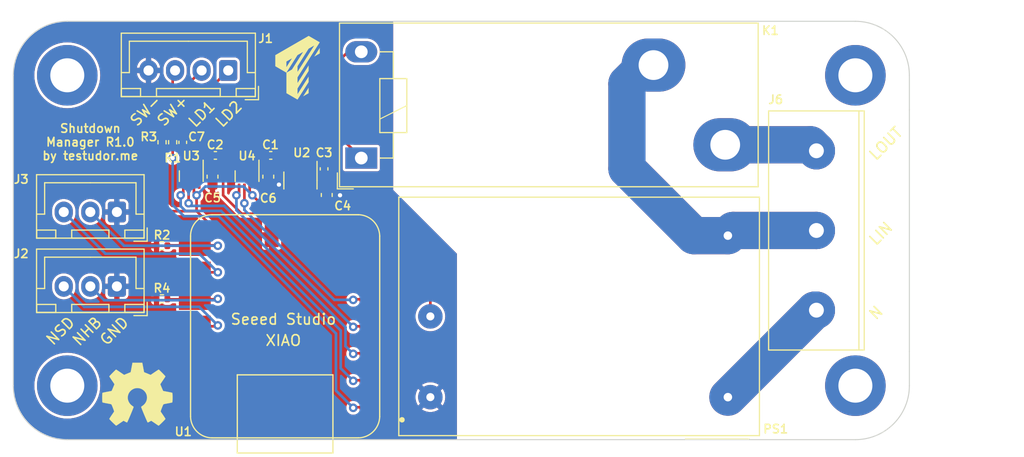
<source format=kicad_pcb>
(kicad_pcb (version 20221018) (generator pcbnew)
  (layers (0 "F.Cu" signal) (31 "B.Cu" signal) (34 "B.Paste" user) (35 "F.Paste" user) (36 "B.SilkS" user "B.Silkscreen") (37 "F.SilkS" user "F.Silkscreen") (38 "B.Mask" user) (39 "F.Mask" user) (44 "Edge.Cuts" user))
  (net 0 "")
  (net 1 "NODE_HEARTBEAT_2")
  (net 2 "POW_SW_1")
  (net 3 "POW_LED_2")
  (net 4 "POW_LED_1")
  (net 5 "GND")
  (net 6 "NODE_SHUTDOWN_2")
  (net 7 "NODE_HEARTBEAT_1")
  (net 13 "LINE")
  (net 14 "NEUT")
  (net 15 "L_OUT")
  (net 16 "+12V")
  (net 17 "LED_BRIGHTNESS")
  (net 18 "LED_COLOR")
  (net 19 "+3.3V")
  (net 20 "RELAY_1")
  (net 21 "RELAY_2")
  (net 22 "RELAY_TRIG")
  (net 23 "RELAY_DIR")
  (net 25 "NODE_SHUTDOWN_1")
  (net 28 "Net-(J1-Pin_3)")
  (footprint "Resistor_SMD:R_0402_1005Metric" (layer "F.Cu") (at 125.25 86.51 -90)
    (fp_text reference "R1" (at 1.49 0) (layer "F.SilkS") (effects (font (size 0.8 0.8))))
    (fp_text value "10k" hide)
    (pad "1" smd roundrect (at -0.51 0 270) (size 0.54 0.64) (layers "F.Cu" "F.Paste" "F.Mask") (net 28 "Net-(J1-Pin_3)"))
    (pad "2" smd roundrect (at 0.51 0 270) (size 0.54 0.64) (layers "F.Cu" "F.Paste" "F.Mask") (net 2 "POW_SW_1"))
  )
  (footprint "Capacitor_SMD:C_0402_1005Metric" (layer "F.Cu") (at 134.48 87.75)
    (fp_text reference "C1" (at -0.02 -1 180) (layer "F.SilkS") (effects (font (size 0.8 0.8))))
    (fp_text value "0.1uF" hide)
    (pad "1" smd roundrect (at -0.48 0) (size 0.56 0.62) (layers "F.Cu" "F.Paste" "F.Mask") (net 16 "+12V"))
    (pad "2" smd roundrect (at 0.48 0) (size 0.56 0.62) (layers "F.Cu" "F.Paste" "F.Mask") (net 5 "GND"))
  )
  (footprint "Converter_ACDC:Converter_ACDC_MeanWell_IRM-02-xx_THT" (layer "F.Cu") (at 177.5 110.5 180)
    (fp_text reference "PS1" (at -4.5 -3) (layer "F.SilkS") (effects (font (size 0.8 0.8))))
    (fp_text value "IRM-02-12" hide)
    (pad "1" thru_hole rect (at 0 0 180) (size 2.3 2) (drill 0.8) (layers "*.Cu" "*.Mask") (net 14 "NEUT"))
    (pad "2" thru_hole circle (at 0 15.2 180) (size 2.3 2.3) (drill 0.8) (layers "*.Cu" "*.Mask") (net 13 "LINE"))
    (pad "3" thru_hole circle (at 28 0 180) (size 2.3 2.3) (drill 0.76) (layers "*.Cu" "*.Mask") (net 5 "GND"))
    (pad "4" thru_hole circle (at 28 7.6 180) (size 2.3 2.3) (drill 0.76) (layers "*.Cu" "*.Mask") (net 16 "+12V"))
  )
  (footprint "Resistor_SMD:R_0402_1005Metric" (layer "F.Cu") (at 124.24 96.25 180)
    (fp_text reference "R2" (at -0.01 1) (layer "F.SilkS") (effects (font (size 0.8 0.8))))
    (fp_text value "1k" hide)
    (pad "1" smd roundrect (at -0.51 0 180) (size 0.54 0.64) (layers "F.Cu" "F.Paste" "F.Mask") (net 7 "NODE_HEARTBEAT_1"))
    (pad "2" smd roundrect (at 0.51 0 180) (size 0.54 0.64) (layers "F.Cu" "F.Paste" "F.Mask") (net 5 "GND"))
  )
  (footprint "Connector_JST:JST_XH_B3B-XH-A_1x03_P2.50mm_Vertical" (layer "F.Cu") (at 120 100.076 180)
    (fp_text reference "J2" (at 9 3.076 180) (layer "F.SilkS") (effects (font (size 0.8 0.8))))
    (fp_text value "Conn_01x03" hide)
    (pad "1" thru_hole roundrect (at 0 0 180) (size 1.7 1.95) (drill 0.95) (layers "*.Cu" "*.Mask") (roundrect_rratio 0.1470588235) (net 5 "GND"))
    (pad "2" thru_hole oval (at 2.5 0 180) (size 1.7 1.95) (drill 0.95) (layers "*.Cu" "*.Mask") (net 1 "NODE_HEARTBEAT_2"))
    (pad "3" thru_hole oval (at 5 0 180) (size 1.7 1.95) (drill 0.95) (layers "*.Cu" "*.Mask") (net 6 "NODE_SHUTDOWN_2"))
  )
  (footprint "Connector_JST:JST_XH_B3B-XH-A_1x03_P2.50mm_Vertical" (layer "F.Cu") (at 120 93.076 180)
    (fp_text reference "J3" (at 9 3.076 180) (layer "F.SilkS") (effects (font (size 0.8 0.8))))
    (fp_text value "Conn_01x03" hide)
    (pad "1" thru_hole roundrect (at 0 0 180) (size 1.7 1.95) (drill 0.95) (layers "*.Cu" "*.Mask") (roundrect_rratio 0.1470588235) (net 5 "GND"))
    (pad "2" thru_hole oval (at 2.5 0 180) (size 1.7 1.95) (drill 0.95) (layers "*.Cu" "*.Mask") (net 7 "NODE_HEARTBEAT_1"))
    (pad "3" thru_hole oval (at 5 0 180) (size 1.7 1.95) (drill 0.95) (layers "*.Cu" "*.Mask") (net 25 "NODE_SHUTDOWN_1"))
  )
  (footprint "Package_SON:WSON-8-1EP_2x2mm_P0.5mm_EP0.9x1.6mm" (layer "F.Cu") (at 132.25 89.7 -90)
    (fp_text reference "U4" (at -1.9 0) (layer "F.SilkS") (effects (font (size 0.8 0.8))))
    (fp_text value "DRV8220DSGR" hide)
    (pad "1" smd rect (at -0.95 -0.75 270) (size 0.5 0.25) (layers "F.Cu" "F.Paste" "F.Mask") (net 16 "+12V"))
    (pad "2" smd rect (at -0.95 -0.25 270) (size 0.5 0.25) (layers "F.Cu" "F.Paste" "F.Mask") (net 20 "RELAY_1"))
    (pad "3" smd rect (at -0.95 0.25 270) (size 0.5 0.25) (layers "F.Cu" "F.Paste" "F.Mask") (net 21 "RELAY_2"))
    (pad "4" smd rect (at -0.95 0.75 270) (size 0.5 0.25) (layers "F.Cu" "F.Paste" "F.Mask") (net 5 "GND"))
    (pad "5" smd rect (at 0.95 0.75 270) (size 0.5 0.25) (layers "F.Cu" "F.Paste" "F.Mask") (net 22 "RELAY_TRIG"))
    (pad "6" smd rect (at 0.95 0.25 270) (size 0.5 0.25) (layers "F.Cu" "F.Paste" "F.Mask") (net 23 "RELAY_DIR"))
    (pad "7" smd rect (at 0.95 -0.25 270) (size 0.5 0.25) (layers "F.Cu" "F.Paste" "F.Mask") (net 19 "+3.3V"))
    (pad "8" smd rect (at 0.95 -0.75 270) (size 0.5 0.25) (layers "F.Cu" "F.Paste" "F.Mask") (net 19 "+3.3V"))
    (pad "9" smd rect (at 0 0 270) (size 0.9 1.6) (layers "F.Cu" "F.Mask") (net 5 "GND"))
  )
  (footprint "Package_TO_SOT_SMD:SOT-23-5" (layer "F.Cu") (at 137.275 90.1125 -90)
    (fp_text reference "U2" (at -2.6125 -0.125 -180) (layer "F.SilkS") (effects (font (size 0.8 0.8))))
    (fp_text value "TPS76133DBVR" hide)
    (pad "1" smd roundrect (at -1.1375 -0.95 270) (size 1.325 0.6) (layers "F.Cu" "F.Paste" "F.Mask") (net 16 "+12V"))
    (pad "2" smd roundrect (at -1.1375 0 270) (size 1.325 0.6) (layers "F.Cu" "F.Paste" "F.Mask") (net 5 "GND"))
    (pad "3" smd roundrect (at -1.1375 0.95 270) (size 1.325 0.6) (layers "F.Cu" "F.Paste" "F.Mask") (net 16 "+12V"))
    (pad "4" smd roundrect (at 1.1375 0.95 270) (size 1.325 0.6) (layers "F.Cu" "F.Paste" "F.Mask"))
    (pad "5" smd roundrect (at 1.1375 -0.95 270) (size 1.325 0.6) (layers "F.Cu" "F.Paste" "F.Mask") (net 19 "+3.3V"))
  )
  (footprint "Capacitor_SMD:C_0603_1608Metric" (layer "F.Cu") (at 134.25 89.75 -90)
    (fp_text reference "C6" (at 2.025 0) (layer "F.SilkS") (effects (font (size 0.8 0.8))))
    (fp_text value "10uF" hide)
    (pad "1" smd roundrect (at -0.775 0 270) (size 0.9 0.95) (layers "F.Cu" "F.Paste" "F.Mask") (net 16 "+12V"))
    (pad "2" smd roundrect (at 0.775 0 270) (size 0.9 0.95) (layers "F.Cu" "F.Paste" "F.Mask") (net 5 "GND"))
  )
  (footprint "Resistor_SMD:R_0402_1005Metric" (layer "F.Cu") (at 124.25 86.51 -90)
    (fp_text reference "R3" (at -0.51 1.25 -180) (layer "F.SilkS") (effects (font (size 0.8 0.8))))
    (fp_text value "1k" hide)
    (pad "1" smd roundrect (at -0.51 0 270) (size 0.54 0.64) (layers "F.Cu" "F.Paste" "F.Mask") (net 2 "POW_SW_1"))
    (pad "2" smd roundrect (at 0.51 0 270) (size 0.54 0.64) (layers "F.Cu" "F.Paste" "F.Mask") (net 19 "+3.3V"))
  )
  (footprint "Symbol:OSHW-Symbol_6.7x6mm_SilkScreen" (layer "F.Cu") (at 121.92 110.236)
    (fp_text reference "REF**" hide)
    (fp_text value "OSHW-Symbol_6.7x6mm_SilkScreen" hide)
  )
  (footprint "MountingHole:MountingHole_3.2mm_M3_ISO7380_Pad_TopBottom" (layer "F.Cu") (at 115.332 80.21)
    (fp_text reference "H1" hide)
    (fp_text value "MountingHole" hide)
    (pad "1" thru_hole circle (at 0 0) (size 3.6 3.6) (drill 3.2) (layers "*.Cu" "*.Mask"))
    (pad "1" connect circle (at 0 0) (size 5.7 5.7) (layers "F.Cu" "F.Mask"))
    (pad "1" connect circle (at 0 0) (size 5.7 5.7) (layers "B.Cu" "B.Mask"))
  )
  (footprint "Custom_Symbols:Testudor-Logo_6mm_SilkScreen" (layer "F.Cu") (at 137 79.5)
    (fp_text reference "REF**" hide)
    (fp_text value "Testudor-Logo_6mm_SilkScreen" hide)
  )
  (footprint "MountingHole:MountingHole_3.2mm_M3_ISO7380_Pad_TopBottom" (layer "F.Cu") (at 189.5 109.42)
    (fp_text reference "H4" hide)
    (fp_text value "MountingHole" hide)
    (pad "1" thru_hole circle (at 0 0) (size 3.6 3.6) (drill 3.2) (layers "*.Cu" "*.Mask"))
    (pad "1" connect circle (at 0 0) (size 5.7 5.7) (layers "F.Cu" "F.Mask"))
    (pad "1" connect circle (at 0 0) (size 5.7 5.7) (layers "B.Cu" "B.Mask"))
  )
  (footprint "Capacitor_SMD:C_0402_1005Metric" (layer "F.Cu") (at 126.2 86.52 -90)
    (fp_text reference "C7" (at -0.52 -1.3 -180) (layer "F.SilkS") (effects (font (size 0.8 0.8))))
    (fp_text value "1uF" hide)
    (pad "1" smd roundrect (at -0.48 0 270) (size 0.56 0.62) (layers "F.Cu" "F.Paste" "F.Mask") (net 5 "GND"))
    (pad "2" smd roundrect (at 0.48 0 270) (size 0.56 0.62) (layers "F.Cu" "F.Paste" "F.Mask") (net 2 "POW_SW_1"))
  )
  (footprint "Resistor_SMD:R_0402_1005Metric" (layer "F.Cu") (at 124.24 101.25 180)
    (fp_text reference "R4" (at 0 1) (layer "F.SilkS") (effects (font (size 0.8 0.8))))
    (fp_text value "1k" hide)
    (pad "1" smd roundrect (at -0.51 0 180) (size 0.54 0.64) (layers "F.Cu" "F.Paste" "F.Mask") (net 1 "NODE_HEARTBEAT_2"))
    (pad "2" smd roundrect (at 0.51 0 180) (size 0.54 0.64) (layers "F.Cu" "F.Paste" "F.Mask") (net 5 "GND"))
  )
  (footprint "Custom_Relay:Relay_SPST_Panasonic_DJH-FormA-Single-Coil" (layer "F.Cu") (at 160.65 83)
    (fp_text reference "K1" (at 20.85 -7 unlocked) (layer "F.SilkS") (effects (font (size 0.8 0.8))))
    (fp_text value "Relay_SPST_Panasonic_DJH-FormA-Single-Coil" hide)
    (pad "11" thru_hole oval (at 9.85 -3.75 180) (size 6 5) (drill 2.8) (layers "*.Cu" "*.Mask") (net 13 "LINE"))
    (pad "14" thru_hole oval (at 16.6 3.75 180) (size 6 5) (drill 2.8) (layers "*.Cu" "*.Mask") (net 15 "L_OUT"))
    (pad "A1" thru_hole rect (at -17.65 5 180) (size 3 2) (drill 1.2) (layers "*.Cu" "*.Mask") (net 20 "RELAY_1"))
    (pad "A2" thru_hole oval (at -17.65 -5 180) (size 3 2) (drill 1.2) (layers "*.Cu" "*.Mask") (net 21 "RELAY_2"))
  )
  (footprint "Capacitor_SMD:C_0603_1608Metric" (layer "F.Cu") (at 129 89.75 -90)
    (fp_text reference "C5" (at 2 0 -180) (layer "F.SilkS") (effects (font (size 0.8 0.8))))
    (fp_text value "10uF" hide)
    (pad "1" smd roundrect (at -0.775 0 270) (size 0.9 0.95) (layers "F.Cu" "F.Paste" "F.Mask") (net 16 "+12V"))
    (pad "2" smd roundrect (at 0.775 0 270) (size 0.9 0.95) (layers "F.Cu" "F.Paste" "F.Mask") (net 5 "GND"))
  )
  (footprint "Capacitor_SMD:C_0402_1005Metric" (layer "F.Cu") (at 129.27 87.75)
    (fp_text reference "C2" (at -0.02 -1 180) (layer "F.SilkS") (effects (font (size 0.8 0.8))))
    (fp_text value "0.1uF" hide)
    (pad "1" smd roundrect (at -0.48 0) (size 0.56 0.62) (layers "F.Cu" "F.Paste" "F.Mask") (net 16 "+12V"))
    (pad "2" smd roundrect (at 0.48 0) (size 0.56 0.62) (layers "F.Cu" "F.Paste" "F.Mask") (net 5 "GND"))
  )
  (footprint "Connector_JST:JST_XH_B4B-XH-A_1x04_P2.50mm_Vertical" (layer "F.Cu") (at 130.476 79.756 180)
    (fp_text reference "J1" (at -3.524 3.006 180) (layer "F.SilkS") (effects (font (size 0.8 0.8))))
    (fp_text value "Conn_01x04" hide)
    (pad "1" thru_hole roundrect (at 0 0 180) (size 1.7 1.95) (drill 0.95) (layers "*.Cu" "*.Mask") (roundrect_rratio 0.1470588235) (net 3 "POW_LED_2"))
    (pad "2" thru_hole oval (at 2.5 0 180) (size 1.7 1.95) (drill 0.95) (layers "*.Cu" "*.Mask") (net 4 "POW_LED_1"))
    (pad "3" thru_hole oval (at 5 0 180) (size 1.7 1.95) (drill 0.95) (layers "*.Cu" "*.Mask") (net 28 "Net-(J1-Pin_3)"))
    (pad "4" thru_hole oval (at 7.5 0 180) (size 1.7 1.95) (drill 0.95) (layers "*.Cu" "*.Mask") (net 5 "GND"))
  )
  (footprint "Seeed Studio XIAO Series Library:XIAO-SAMD21-RP2040-14P-2.54-21X17.8MM (Seeeduino XIAO)" (layer "F.Cu") (at 135.832 103.832 180)
    (fp_text reference "U1" (at 9.582 -9.918) (layer "F.SilkS") (effects (font (size 0.8 0.8))))
    (fp_text value "Seeed Studio XIAO SAMD21" hide)
    (fp_text user "XIAO" (at 0.164 -1.336 unlocked) (layer "F.SilkS"))
    (fp_text user "Seeed Studio" (at 0.164 0.664 unlocked) (layer "F.SilkS"))
    (pad "1" smd rect (at -8.5 -7.62 180) (size 3 2) (layers "F.Cu" "F.Paste" "F.Mask") (net 2 "POW_SW_1"))
    (pad "2" smd rect (at -8.5 -5.08 180) (size 3 2) (layers "F.Cu" "F.Paste" "F.Mask") (net 17 "LED_BRIGHTNESS"))
    (pad "3" smd rect (at -8.5 -2.54 180) (size 3 2) (layers "F.Cu" "F.Paste" "F.Mask") (net 18 "LED_COLOR"))
    (pad "4" smd rect (at -8.5 0 180) (size 3 2) (layers "F.Cu" "F.Paste" "F.Mask") (net 22 "RELAY_TRIG"))
    (pad "5" smd rect (at -8.5 2.54 180) (size 3 2) (layers "F.Cu" "F.Paste" "F.Mask") (net 23 "RELAY_DIR"))
    (pad "6" smd rect (at -8.5 5.08) (size 3 2) (layers "F.Cu" "F.Paste" "F.Mask"))
    (pad "7" smd rect (at -8.5 7.62 180) (size 3 2) (layers "F.Cu" "F.Paste" "F.Mask"))
    (pad "8" smd rect (at 8.5 7.62 180) (size 3 2) (layers "F.Cu" "F.Paste" "F.Mask") (net 7 "NODE_HEARTBEAT_1"))
    (pad "9" smd rect (at 8.5 5.08 180) (size 3 2) (layers "F.Cu" "F.Paste" "F.Mask") (net 25 "NODE_SHUTDOWN_1"))
    (pad "10" smd rect (at 8.5 2.54 180) (size 3 2) (layers "F.Cu" "F.Paste" "F.Mask") (net 1 "NODE_HEARTBEAT_2"))
    (pad "11" smd rect (at 8.5 0 180) (size 3 2) (layers "F.Cu" "F.Paste" "F.Mask") (net 6 "NODE_SHUTDOWN_2"))
    (pad "12" smd rect (at 8.5 -2.54 180) (size 3 2) (layers "F.Cu" "F.Paste" "F.Mask") (net 19 "+3.3V"))
    (pad "13" smd rect (at 8.5 -5.08 180) (size 3 2) (layers "F.Cu" "F.Paste" "F.Mask") (net 5 "GND"))
    (pad "14" smd rect (at 8.5 -7.62 180) (size 3 2) (layers "F.Cu" "F.Paste" "F.Mask"))
    (pad "15" smd circle (at -1.27 -8.39 270) (size 1.5 1.5) (layers "F.Cu" "F.Paste" "F.Mask"))
    (pad "16" smd circle (at 1.27 -8.39 270) (size 1.5 1.5) (layers "F.Cu" "F.Paste" "F.Mask") (net 5 "GND"))
    (pad "17" smd circle (at -1.27 -5.85 270) (size 1.5 1.5) (layers "F.Cu" "F.Paste" "F.Mask"))
    (pad "18" smd circle (at 1.27 -5.85 270) (size 1.5 1.5) (layers "F.Cu" "F.Paste" "F.Mask"))
    (pad "19" smd rect (at -1.27 8.6 270) (size 2.3 1.3) (layers "F.Cu" "F.Paste" "F.Mask"))
    (pad "20" smd rect (at 1.27 8.6 270) (size 2.3 1.3) (layers "F.Cu" "F.Paste" "F.Mask") (net 5 "GND"))
  )
  (footprint "Capacitor_SMD:C_0402_1005Metric" (layer "F.Cu") (at 139.5 89.02 -90)
    (fp_text reference "C3" (at -1.52 0 -180) (layer "F.SilkS") (effects (font (size 0.8 0.8))))
    (fp_text value "1uF" hide)
    (pad "1" smd roundrect (at -0.48 0 270) (size 0.56 0.62) (layers "F.Cu" "F.Paste" "F.Mask") (net 16 "+12V"))
    (pad "2" smd roundrect (at 0.48 0 270) (size 0.56 0.62) (layers "F.Cu" "F.Paste" "F.Mask") (net 5 "GND"))
  )
  (footprint "MountingHole:MountingHole_3.2mm_M3_ISO7380_Pad_TopBottom" (layer "F.Cu") (at 189.5 80.21)
    (fp_text reference "H2" hide)
    (fp_text value "MountingHole" hide)
    (pad "1" thru_hole circle (at 0 0) (size 3.6 3.6) (drill 3.2) (layers "*.Cu" "*.Mask"))
    (pad "1" connect circle (at 0 0) (size 5.7 5.7) (layers "F.Cu" "F.Mask"))
    (pad "1" connect circle (at 0 0) (size 5.7 5.7) (layers "B.Cu" "B.Mask"))
  )
  (footprint "Capacitor_SMD:C_0603_1608Metric" (layer "F.Cu") (at 139.75 91.475 90)
    (fp_text reference "C4" (at -1.025 1.5 180) (layer "F.SilkS") (effects (font (size 0.8 0.8))))
    (fp_text value "4.7uF" hide)
    (pad "1" smd roundrect (at -0.775 0 90) (size 0.9 0.95) (layers "F.Cu" "F.Paste" "F.Mask") (net 19 "+3.3V"))
    (pad "2" smd roundrect (at 0.775 0 90) (size 0.9 0.95) (layers "F.Cu" "F.Paste" "F.Mask") (net 5 "GND"))
  )
  (footprint "MountingHole:MountingHole_3.2mm_M3_ISO7380_Pad_TopBottom" (layer "F.Cu") (at 115.332 109.42)
    (fp_text reference "H3" hide)
    (fp_text value "MountingHole" hide)
    (pad "1" thru_hole circle (at 0 0) (size 3.6 3.6) (drill 3.2) (layers "*.Cu" "*.Mask"))
    (pad "1" connect circle (at 0 0) (size 5.7 5.7) (layers "F.Cu" "F.Mask"))
    (pad "1" connect circle (at 0 0) (size 5.7 5.7) (layers "B.Cu" "B.Mask"))
  )
  (footprint "Custom_Connectors:282844-3" (layer "F.Cu") (at 185.832 94.815 -90)
    (fp_text reference "J6" (at -12.315 3.832 unlocked) (layer "F.SilkS") (effects (font (size 0.8 0.8))))
    (fp_text value "Conn_01x03" hide)
    (pad "1" thru_hole circle (at -7.5 0 270) (size 3.5 3.5) (drill 1.4) (layers "*.Cu" "*.Mask") (net 15 "L_OUT"))
    (pad "2" thru_hole circle (at 0 0 270) (size 3.5 3.5) (drill 1.4) (layers "*.Cu" "*.Mask") (net 13 "LINE"))
    (pad "3" thru_hole circle (at 7.5 0 270) (size 3.5 3.5) (drill 1.4) (layers "*.Cu" "*.Mask") (net 14 "NEUT"))
  )
  (footprint "Package_SON:WSON-8-1EP_2x2mm_P0.5mm_EP0.9x1.6mm" (layer "F.Cu") (at 127 89.7 -90)
    (fp_text reference "U3" (at -1.9 0) (layer "F.SilkS") (effects (font (size 0.8 0.8))))
    (fp_text value "DRV8220DSGR" hide)
    (pad "1" smd rect (at -0.95 -0.75 270) (size 0.5 0.25) (layers "F.Cu" "F.Paste" "F.Mask") (net 16 "+12V"))
    (pad "2" smd rect (at -0.95 -0.25 270) (size 0.5 0.25) (layers "F.Cu" "F.Paste" "F.Mask") (net 3 "POW_LED_2"))
    (pad "3" smd rect (at -0.95 0.25 270) (size 0.5 0.25) (layers "F.Cu" "F.Paste" "F.Mask") (net 4 "POW_LED_1"))
    (pad "4" smd rect (at -0.95 0.75 270) (size 0.5 0.25) (layers "F.Cu" "F.Paste" "F.Mask") (net 5 "GND"))
    (pad "5" smd rect (at 0.95 0.75 270) (size 0.5 0.25) (layers "F.Cu" "F.Paste" "F.Mask") (net 17 "LED_BRIGHTNESS"))
    (pad "6" smd rect (at 0.95 0.25 270) (size 0.5 0.25) (layers "F.Cu" "F.Paste" "F.Mask") (net 18 "LED_COLOR"))
    (pad "7" smd rect (at 0.95 -0.25 270) (size 0.5 0.25) (layers "F.Cu" "F.Paste" "F.Mask") (net 19 "+3.3V"))
    (pad "8" smd rect (at 0.95 -0.75 270) (size 0.5 0.25) (layers "F.Cu" "F.Paste" "F.Mask") (net 19 "+3.3V"))
    (pad "9" smd rect (at 0 0 270) (size 0.9 1.6) (layers "F.Cu" "F.Mask") (net 5 "GND"))
  )
  (gr_arc (start 115.332 114.5) (mid 111.739898 113.012102) (end 110.252 109.42) (stroke (width 0.1)) (layer "Edge.Cuts"))
  (gr_line (start 194.58 106.21) (end 194.58 109.42) (stroke (width 0.1)) (layer "Edge.Cuts"))
  (gr_line (start 110.252 109.42) (end 110.252 80.21) (stroke (width 0.1)) (layer "Edge.Cuts"))
  (gr_arc (start 110.252 80.21) (mid 111.739898 76.617898) (end 115.332 75.13) (stroke (width 0.1)) (layer "Edge.Cuts"))
  (gr_line (start 194.58 83.46) (end 194.58 106.21) (stroke (width 0.1)) (layer "Edge.Cuts"))
  (gr_line (start 189.5 114.5) (end 115.332 114.5) (stroke (width 0.1)) (layer "Edge.Cuts"))
  (gr_line (start 194.58 83.46) (end 194.58 80.21) (stroke (width 0.1)) (layer "Edge.Cuts"))
  (gr_arc (start 194.58 109.42) (mid 193.092102 113.012102) (end 189.5 114.5) (stroke (width 0.1)) (layer "Edge.Cuts"))
  (gr_line (start 115.332 75.13) (end 189.5 75.13) (stroke (width 0.1)) (layer "Edge.Cuts"))
  (gr_arc (start 189.5 75.13) (mid 193.092102 76.617898) (end 194.58 80.21) (stroke (width 0.1)) (layer "Edge.Cuts"))
  (gr_text "NHB" (at 118.364 103.136 45) (layer "F.SilkS") (effects (font (size 1 1)) (justify right)))
  (gr_text "SW-" (at 123.952 82.292 45) (layer "F.SilkS") (effects (font (size 1 1)) (justify right)))
  (gr_text "LD1" (at 129.032 82.8 45) (layer "F.SilkS") (effects (font (size 1 1)) (justify right)))
  (gr_text "N" (at 191 103 45) (layer "F.SilkS") (effects (font (size 1 1)) (justify left)))
  (gr_text "LOUT" (at 191 88 45) (layer "F.SilkS") (effects (font (size 1 1)) (justify left)))
  (gr_text "LIN\n" (at 191 96 45) (layer "F.SilkS") (effects (font (size 1 1)) (justify left)))
  (gr_text "Shutdown\nManager R1.0\nby testudor.me" (at 117.5 86.5) (layer "F.SilkS") (effects (font (size 0.8 0.8))))
  (gr_text "LD2" (at 131.572 82.8 45) (layer "F.SilkS") (effects (font (size 1 1)) (justify right)))
  (gr_text "NSD" (at 115.824 103.136 45) (layer "F.SilkS") (effects (font (size 1 1)) (justify right)))
  (gr_text "GND" (at 120.904 103.136 45) (layer "F.SilkS") (effects (font (size 1 1)) (justify right)))
  (gr_text "SW+" (at 126.492 82.292 45) (layer "F.SilkS") (effects (font (size 1 1)) (justify right)))
  (segment (start 124.75 101.25) (end 124.792 101.292) (width 0.25) (layer "F.Cu") (net 1))
  (segment (start 127.332 101.292) (end 129.458 101.292) (width 0.25) (layer "F.Cu") (net 1))
  (segment (start 129.458 101.292) (end 129.5 101.25) (width 0.25) (layer "F.Cu") (net 1))
  (segment (start 124.792 101.292) (end 127.332 101.292) (width 0.25) (layer "F.Cu") (net 1))
  (via (at 129.5 101.25) (size 0.8) (drill 0.4) (layers "F.Cu" "B.Cu") (net 1))
  (segment (start 129.5 101.25) (end 129.374 101.376) (width 0.25) (layer "B.Cu") (net 1))
  (segment (start 118.8 101.376) (end 117.5 100.076) (width 0.25) (layer "B.Cu") (net 1))
  (segment (start 129.374 101.376) (end 118.8 101.376) (width 0.25) (layer "B.Cu") (net 1))
  (segment (start 125.25 87.02) (end 126.18 87.02) (width 0.25) (layer "F.Cu") (net 2))
  (segment (start 125.25 88) (end 125.25 87.02) (width 0.25) (layer "F.Cu") (net 2))
  (segment (start 144.332 111.452) (end 142.294 111.452) (width 0.25) (layer "F.Cu") (net 2))
  (segment (start 142.294 111.452) (end 142.24 111.506) (width 0.25) (layer "F.Cu") (net 2))
  (segment (start 124.605 86.325538) (end 124.605 86) (width 0.25) (layer "F.Cu") (net 2))
  (segment (start 124.895 86.615538) (end 124.605 86.325538) (width 0.25) (layer "F.Cu") (net 2))
  (segment (start 124.895 87.02) (end 124.895 87) (width 0.25) (layer "F.Cu") (net 2))
  (segment (start 124.895 87) (end 124.895 86.615538) (width 0.25) (layer "F.Cu") (net 2))
  (segment (start 126.18 87.02) (end 126.2 87) (width 0.25) (layer "F.Cu") (net 2))
  (segment (start 125.25 87.02) (end 124.895 87.02) (width 0.25) (layer "F.Cu") (net 2))
  (segment (start 124.25 86) (end 124.605 86) (width 0.25) (layer "F.Cu") (net 2))
  (via (at 142.24 111.506) (size 0.8) (drill 0.4) (layers "F.Cu" "B.Cu") (net 2))
  (via (at 125.25 88) (size 0.8) (drill 0.4) (layers "F.Cu" "B.Cu") (net 2))
  (segment (start 140.615 104.507549) (end 140.615 109.881) (width 0.25) (layer "B.Cu") (net 2))
  (segment (start 126.310299 93.472) (end 129.579451 93.472) (width 0.25) (layer "B.Cu") (net 2))
  (segment (start 125.25 88) (end 125.25 92.411701) (width 0.25) (layer "B.Cu") (net 2))
  (segment (start 140.615 109.881) (end 142.24 111.506) (width 0.25) (layer "B.Cu") (net 2))
  (segment (start 129.579451 93.472) (end 140.615 104.507549) (width 0.25) (layer "B.Cu") (net 2))
  (segment (start 125.25 92.411701) (end 126.310299 93.472) (width 0.25) (layer "B.Cu") (net 2))
  (segment (start 127.25 88.225) (end 127.5 87.975) (width 0.25) (layer "F.Cu") (net 3))
  (segment (start 127.25 88.75) (end 127.25 88.225) (width 0.25) (layer "F.Cu") (net 3))
  (segment (start 127.5 87.975) (end 127.5 82.732) (width 0.25) (layer "F.Cu") (net 3))
  (segment (start 127.5 82.732) (end 130.476 79.756) (width 0.25) (layer "F.Cu") (net 3))
  (segment (start 127 80.732) (end 127.976 79.756) (width 0.25) (layer "F.Cu") (net 4))
  (segment (start 126.75 88.088604) (end 127 87.838604) (width 0.25) (layer "F.Cu") (net 4))
  (segment (start 126.75 88.75) (end 126.75 88.088604) (width 0.25) (layer "F.Cu") (net 4))
  (segment (start 127 87.838604) (end 127 80.732) (width 0.25) (layer "F.Cu") (net 4))
  (segment (start 133.425 89.7) (end 132.25 89.7) (width 0.25) (layer "F.Cu") (net 5))
  (segment (start 129 90.525) (end 128.175 89.7) (width 0.25) (layer "F.Cu") (net 5))
  (segment (start 128.175 89.7) (end 127 89.7) (width 0.25) (layer "F.Cu") (net 5))
  (segment (start 134.25 90.525) (end 133.425 89.7) (width 0.25) (layer "F.Cu") (net 5))
  (via (at 141 91.5) (size 0.8) (drill 0.4) (layers "F.Cu" "B.Cu") (net 5))
  (via (at 135.25 90.5) (size 0.8) (drill 0.4) (layers "F.Cu" "B.Cu") (net 5))
  (segment (start 127.332 103.832) (end 129.418 103.832) (width 0.25) (layer "F.Cu") (net 6))
  (segment (start 129.418 103.832) (end 129.5 103.75) (width 0.25) (layer "F.Cu") (net 6))
  (via (at 129.5 103.75) (size 0.8) (drill 0.4) (layers "F.Cu" "B.Cu") (net 6))
  (segment (start 116.924 102) (end 115 100.076) (width 0.25) (layer "B.Cu") (net 6))
  (segment (start 129.5 103.75) (end 127.75 102) (width 0.25) (layer "B.Cu") (net 6))
  (segment (start 127.75 102) (end 116.924 102) (width 0.25) (layer "B.Cu") (net 6))
  (segment (start 124.788 96.212) (end 127.332 96.212) (width 0.25) (layer "F.Cu") (net 7))
  (segment (start 129.462 96.212) (end 129.5 96.25) (width 0.25) (layer "F.Cu") (net 7))
  (segment (start 124.75 96.25) (end 124.788 96.212) (width 0.25) (layer "F.Cu") (net 7))
  (segment (start 127.332 96.212) (end 129.462 96.212) (width 0.25) (layer "F.Cu") (net 7))
  (via (at 129.5 96.25) (size 0.8) (drill 0.4) (layers "F.Cu" "B.Cu") (net 7))
  (segment (start 129.5 96.25) (end 120.674 96.25) (width 0.25) (layer "B.Cu") (net 7))
  (segment (start 120.674 96.25) (end 117.5 93.076) (width 0.25) (layer "B.Cu") (net 7))
  (segment (start 177.985 94.815) (end 177.5 95.3) (width 3.5) (layer "F.Cu") (net 13))
  (segment (start 177.5 95.3) (end 174.3 95.3) (width 3.5) (layer "F.Cu") (net 13))
  (segment (start 185.832 94.815) (end 177.985 94.815) (width 3.5) (layer "F.Cu") (net 13))
  (segment (start 168 81) (end 168 89) (width 3.5) (layer "F.Cu") (net 13))
  (segment (start 169.75 79.25) (end 168 81) (width 3.5) (layer "F.Cu") (net 13))
  (segment (start 174.3 95.3) (end 168 89) (width 3.5) (layer "F.Cu") (net 13))
  (segment (start 168 89) (end 168 81) (width 3.5) (layer "B.Cu") (net 13))
  (segment (start 174.3 95.3) (end 168 89) (width 3.5) (layer "B.Cu") (net 13))
  (segment (start 177.985 94.815) (end 177.5 95.3) (width 3.5) (layer "B.Cu") (net 13))
  (segment (start 169.75 79.25) (end 168 81) (width 3.5) (layer "B.Cu") (net 13))
  (segment (start 185.832 94.815) (end 177.985 94.815) (width 3.5) (layer "B.Cu") (net 13))
  (segment (start 177.5 95.3) (end 174.3 95.3) (width 3.5) (layer "B.Cu") (net 13))
  (segment (start 185.832 102.315) (end 185.685 102.315) (width 3.5) (layer "F.Cu") (net 14))
  (segment (start 185.685 102.315) (end 177.5 110.5) (width 3.5) (layer "F.Cu") (net 14))
  (segment (start 185.832 102.315) (end 185.685 102.315) (width 3.5) (layer "B.Cu") (net 14))
  (segment (start 185.685 102.315) (end 177.5 110.5) (width 3.5) (layer "B.Cu") (net 14))
  (segment (start 177.25 86.75) (end 185.267 86.75) (width 3.5) (layer "F.Cu") (net 15))
  (segment (start 185.267 86.75) (end 185.832 87.315) (width 3.5) (layer "F.Cu") (net 15))
  (segment (start 177.25 86.75) (end 185.267 86.75) (width 3.5) (layer "B.Cu") (net 15))
  (segment (start 185.267 86.75) (end 185.832 87.315) (width 3.5) (layer "B.Cu") (net 15))
  (segment (start 144.51 93.24) (end 149.5 98.23) (width 0.25) (layer "F.Cu") (net 16))
  (segment (start 130 91.5) (end 131.74 93.24) (width 0.25) (layer "F.Cu") (net 16))
  (segment (start 138.225 89.359251) (end 138.225 88.975) (width 0.25) (layer "F.Cu") (net 16))
  (segment (start 139.81 88.54) (end 144.27 93) (width 0.25) (layer "F.Cu") (net 16))
  (segment (start 131.74 93.24) (end 144.51 93.24) (width 0.25) (layer "F.Cu") (net 16))
  (segment (start 127.75 88.75) (end 128.775 88.75) (width 0.25) (layer "F.Cu") (net 16))
  (segment (start 134 88.725) (end 134.25 88.975) (width 0.25) (layer "F.Cu") (net 16))
  (segment (start 134.25 88.975) (end 136.325 88.975) (width 0.25) (layer "F.Cu") (net 16))
  (segment (start 128.775 88.75) (end 129 88.975) (width 0.25) (layer "F.Cu") (net 16))
  (segment (start 129 88.975) (end 130 89.975) (width 0.25) (layer "F.Cu") (net 16))
  (segment (start 136.325 89.359251) (end 136.965749 90) (width 0.25) (layer "F.Cu") (net 16))
  (segment (start 136.325 88.975) (end 136.325 89.359251) (width 0.25) (layer "F.Cu") (net 16))
  (segment (start 136.965749 90) (end 137.584251 90) (width 0.25) (layer "F.Cu") (net 16))
  (segment (start 139.5 88.54) (end 139.81 88.54) (width 0.25) (layer "F.Cu") (net 16))
  (segment (start 133 88.75) (end 134.025 88.75) (width 0.25) (layer "F.Cu") (net 16))
  (segment (start 134 87.75) (end 134 88.725) (width 0.25) (layer "F.Cu") (net 16))
  (segment (start 134.025 88.75) (end 134.25 88.975) (width 0.25) (layer "F.Cu") (net 16))
  (segment (start 138.66 88.54) (end 138.225 88.975) (width 0.25) (layer "F.Cu") (net 16))
  (segment (start 149.5 98.23) (end 149.5 102.9) (width 0.25) (layer "F.Cu") (net 16))
  (segment (start 128.79 88.765) (end 129 88.975) (width 0.25) (layer "F.Cu") (net 16))
  (segment (start 137.584251 90) (end 138.225 89.359251) (width 0.25) (layer "F.Cu") (net 16))
  (segment (start 128.79 87.75) (end 128.79 88.765) (width 0.25) (layer "F.Cu") (net 16))
  (segment (start 139.5 88.54) (end 138.66 88.54) (width 0.25) (layer "F.Cu") (net 16))
  (segment (start 144.27 93) (end 144.51 93.24) (width 0.25) (layer "F.Cu") (net 16))
  (segment (start 130 89.975) (end 130 91.5) (width 0.25) (layer "F.Cu") (net 16))
  (segment (start 126.25 91.25) (end 126 91.5) (width 0.25) (layer "F.Cu") (net 17))
  (segment (start 144.332 108.912) (end 142.294 108.912) (width 0.25) (layer "F.Cu") (net 17))
  (segment (start 126.25 90.65) (end 126.25 91.25) (width 0.25) (layer "F.Cu") (net 17))
  (segment (start 142.294 108.912) (end 142.24 108.966) (width 0.25) (layer "F.Cu") (net 17))
  (via (at 126 91.5) (size 0.8) (drill 0.4) (layers "F.Cu" "B.Cu") (net 17))
  (via (at 142.24 108.966) (size 0.8) (drill 0.4) (layers "F.Cu" "B.Cu") (net 17))
  (segment (start 126.449695 92.975) (end 126 92.525305) (width 0.25) (layer "B.Cu") (net 17))
  (segment (start 129.805 92.975) (end 126.449695 92.975) (width 0.25) (layer "B.Cu") (net 17))
  (segment (start 141.065 104.235) (end 129.805 92.975) (width 0.25) (layer "B.Cu") (net 17))
  (segment (start 141.065 107.791) (end 141.065 104.235) (width 0.25) (layer "B.Cu") (net 17))
  (segment (start 126 92.525305) (end 126 91.5) (width 0.25) (layer "B.Cu") (net 17))
  (segment (start 142.24 108.966) (end 141.065 107.791) (width 0.25) (layer "B.Cu") (net 17))
  (segment (start 126.75 90.65) (end 126.75 92.25) (width 0.25) (layer "F.Cu") (net 18))
  (segment (start 144.332 106.372) (end 142.294 106.372) (width 0.25) (layer "F.Cu") (net 18))
  (segment (start 142.294 106.372) (end 142.24 106.426) (width 0.25) (layer "F.Cu") (net 18))
  (via (at 142.24 106.426) (size 0.8) (drill 0.4) (layers "F.Cu" "B.Cu") (net 18))
  (via (at 126.75 92.25) (size 0.8) (drill 0.4) (layers "F.Cu" "B.Cu") (net 18))
  (segment (start 127 92.5) (end 126.75 92.25) (width 0.25) (layer "B.Cu") (net 18))
  (segment (start 142.24 106.426) (end 141.515 105.701) (width 0.25) (layer "B.Cu") (net 18))
  (segment (start 130.092 92.5) (end 127 92.5) (width 0.25) (layer "B.Cu") (net 18))
  (segment (start 141.515 103.923) (end 130.092 92.5) (width 0.25) (layer "B.Cu") (net 18))
  (segment (start 141.515 105.701) (end 141.515 103.923) (width 0.25) (layer "B.Cu") (net 18))
  (segment (start 138.25 92.5) (end 133.75 92.5) (width 0.25) (layer "F.Cu") (net 19))
  (segment (start 127.5 92.987348) (end 127.487348 93) (width 0.25) (layer "F.Cu") (net 19))
  (segment (start 133 90.65) (end 132.5 90.65) (width 0.25) (layer "F.Cu") (net 19))
  (segment (start 133.75 92.5) (end 132.75 91.5) (width 0.25) (layer "F.Cu") (net 19))
  (segment (start 125 93) (end 124.25 92.25) (width 0.25) (layer "F.Cu") (net 19))
  (segment (start 127.25 90.65) (end 127.75 90.65) (width 0.25) (layer "F.Cu") (net 19))
  (segment (start 130.5 95.987348) (end 127.512652 93) (width 0.25) (layer "F.Cu") (net 19))
  (segment (start 138.25 92.5) (end 138.25 91.275) (width 0.25) (layer "F.Cu") (net 19))
  (segment (start 130.5 105) (end 130.5 95.987348) (width 0.25) (layer "F.Cu") (net 19))
  (segment (start 139.5 92.5) (end 139.75 92.25) (width 0.25) (layer "F.Cu") (net 19))
  (segment (start 127.332 106.372) (end 129.128 106.372) (width 0.25) (layer "F.Cu") (net 19))
  (segment (start 129.128 106.372) (end 130.5 105) (width 0.25) (layer "F.Cu") (net 19))
  (segment (start 138.25 92.5) (end 139.5 92.5) (width 0.25) (layer "F.Cu") (net 19))
  (segment (start 127.25 90.65) (end 127.25 91.25) (width 0.25) (layer "F.Cu") (net 19))
  (segment (start 124.25 92.25) (end 124.25 87.02) (width 0.25) (layer "F.Cu") (net 19))
  (segment (start 127.5 91.5) (end 127.5 92.987348) (width 0.25) (layer "F.Cu") (net 19))
  (segment (start 132.5 90.65) (end 132.5 91.25) (width 0.25) (layer "F.Cu") (net 19))
  (segment (start 132.5 91.25) (end 132.75 91.5) (width 0.25) (layer "F.Cu") (net 19))
  (segment (start 127.5 92.987348) (end 127.512652 93) (width 0.25) (layer "F.Cu") (net 19))
  (segment (start 127.487348 93) (end 125 93) (width 0.25) (layer "F.Cu") (net 19))
  (segment (start 127.25 91.25) (end 127.5 91.5) (width 0.25) (layer "F.Cu") (net 19))
  (via (at 132.75 91.5) (size 0.8) (drill 0.4) (layers "F.Cu" "B.Cu") (net 19))
  (via (at 127.5 91.5) (size 0.8) (drill 0.4) (layers "F.Cu" "B.Cu") (net 19))
  (segment (start 131.928 90.678) (end 132.75 91.5) (width 0.25) (layer "B.Cu") (net 19))
  (segment (start 128.322 90.678) (end 131.928 90.678) (width 0.25) (layer "B.Cu") (net 19))
  (segment (start 127.5 91.5) (end 128.322 90.678) (width 0.25) (layer "B.Cu") (net 19))
  (segment (start 141.5 86.5) (end 143 88) (width 0.25) (layer "F.Cu") (net 20))
  (segment (start 133.886396 86.5) (end 141.5 86.5) (width 0.25) (layer "F.Cu") (net 20))
  (segment (start 132.5 88.75) (end 132.5 87.886396) (width 0.25) (layer "F.Cu") (net 20))
  (segment (start 132.5 87.886396) (end 133.886396 86.5) (width 0.25) (layer "F.Cu") (net 20))
  (segment (start 132 88.75) (end 132 87.75) (width 0.25) (layer "F.Cu") (net 21))
  (segment (start 141.75 78) (end 143 78) (width 0.25) (layer "F.Cu") (net 21))
  (segment (start 132 87.75) (end 141.75 78) (width 0.25) (layer "F.Cu") (net 21))
  (segment (start 131.5 91.25) (end 131.25 91.5) (width 0.25) (layer "F.Cu") (net 22))
  (segment (start 142.294 103.832) (end 142.24 103.886) (width 0.25) (layer "F.Cu") (net 22))
  (segment (start 131.5 90.65) (end 131.5 91.25) (width 0.25) (layer "F.Cu") (net 22))
  (segment (start 144.332 103.832) (end 142.294 103.832) (width 0.25) (layer "F.Cu") (net 22))
  (via (at 142.24 103.886) (size 0.8) (drill 0.4) (layers "F.Cu" "B.Cu") (net 22))
  (via (at 131.25 91.5) (size 0.8) (drill 0.4) (layers "F.Cu" "B.Cu") (net 22))
  (segment (start 131.25 92.896) (end 131.25 91.5) (width 0.25) (layer "B.Cu") (net 22))
  (segment (start 142.24 103.886) (end 131.25 92.896) (width 0.25) (layer "B.Cu") (net 22))
  (segment (start 144.332 101.292) (end 142.294 101.292) (width 0.25) (layer "F.Cu") (net 23))
  (segment (start 142.294 101.292) (end 142.24 101.346) (width 0.25) (layer "F.Cu") (net 23))
  (segment (start 132 90.65) (end 132 92.25) (width 0.25) (layer "F.Cu") (net 23))
  (via (at 142.24 101.346) (size 0.8) (drill 0.4) (layers "F.Cu" "B.Cu") (net 23))
  (via (at 132 92.25) (size 0.8) (drill 0.4) (layers "F.Cu" "B.Cu") (net 23))
  (segment (start 142.24 101.346) (end 140.462 101.346) (width 0.25) (layer "B.Cu") (net 23))
  (segment (start 132 92.884) (end 132 92.25) (width 0.25) (layer "B.Cu") (net 23))
  (segment (start 140.462 101.346) (end 132 92.884) (width 0.25) (layer "B.Cu") (net 23))
  (segment (start 127.332 98.752) (end 129.498 98.752) (width 0.25) (layer "F.Cu") (net 25))
  (segment (start 129.498 98.752) (end 129.5 98.75) (width 0.25) (layer "F.Cu") (net 25))
  (via (at 129.5 98.75) (size 0.8) (drill 0.4) (layers "F.Cu" "B.Cu") (net 25))
  (segment (start 129.5 98.75) (end 127.75 97) (width 0.25) (layer "B.Cu") (net 25))
  (segment (start 127.75 97) (end 118.924 97) (width 0.25) (layer "B.Cu") (net 25))
  (segment (start 118.924 97) (end 115 93.076) (width 0.25) (layer "B.Cu") (net 25))
  (segment (start 125.476 79.774) (end 125.25 80) (width 0.25) (layer "F.Cu") (net 28))
  (segment (start 125.476 79.756) (end 125.476 79.774) (width 0.25) (layer "F.Cu") (net 28))
  (segment (start 125.25 80) (end 125.25 86) (width 0.25) (layer "F.Cu") (net 28))
  (zone (net 5) (net_name "GND") (layers "F&B.Cu") (connect_pads (clearance 0.25)) (min_thickness 0.2) (fill yes (thermal_gap 0.25) (thermal_bridge_width 0.5))
    (polygon (pts (xy 110 75) (xy 146 75) (xy 146 91) (xy 152 97) (xy 152 115) (xy 110 115)))
  )
)
</source>
